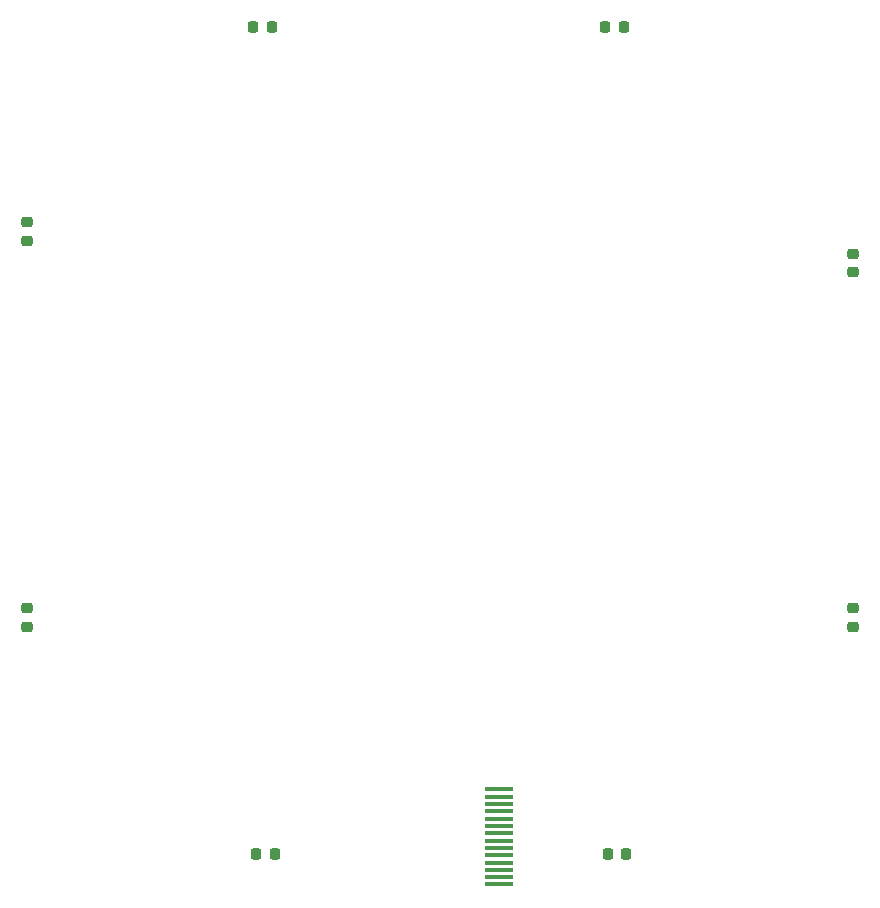
<source format=gbr>
%TF.GenerationSoftware,KiCad,Pcbnew,(6.0.8)*%
%TF.CreationDate,2023-03-24T20:25:01-04:00*%
%TF.ProjectId,lb_mp1,6c625f6d-7031-42e6-9b69-6361645f7063,rev?*%
%TF.SameCoordinates,Original*%
%TF.FileFunction,Paste,Bot*%
%TF.FilePolarity,Positive*%
%FSLAX46Y46*%
G04 Gerber Fmt 4.6, Leading zero omitted, Abs format (unit mm)*
G04 Created by KiCad (PCBNEW (6.0.8)) date 2023-03-24 20:25:01*
%MOMM*%
%LPD*%
G01*
G04 APERTURE LIST*
G04 Aperture macros list*
%AMRoundRect*
0 Rectangle with rounded corners*
0 $1 Rounding radius*
0 $2 $3 $4 $5 $6 $7 $8 $9 X,Y pos of 4 corners*
0 Add a 4 corners polygon primitive as box body*
4,1,4,$2,$3,$4,$5,$6,$7,$8,$9,$2,$3,0*
0 Add four circle primitives for the rounded corners*
1,1,$1+$1,$2,$3*
1,1,$1+$1,$4,$5*
1,1,$1+$1,$6,$7*
1,1,$1+$1,$8,$9*
0 Add four rect primitives between the rounded corners*
20,1,$1+$1,$2,$3,$4,$5,0*
20,1,$1+$1,$4,$5,$6,$7,0*
20,1,$1+$1,$6,$7,$8,$9,0*
20,1,$1+$1,$8,$9,$2,$3,0*%
G04 Aperture macros list end*
%ADD10RoundRect,0.218750X0.256250X-0.218750X0.256250X0.218750X-0.256250X0.218750X-0.256250X-0.218750X0*%
%ADD11RoundRect,0.218750X0.218750X0.256250X-0.218750X0.256250X-0.218750X-0.256250X0.218750X-0.256250X0*%
%ADD12RoundRect,0.218750X-0.218750X-0.256250X0.218750X-0.256250X0.218750X0.256250X-0.218750X0.256250X0*%
%ADD13R,2.400000X0.320000*%
%ADD14RoundRect,0.218750X-0.256250X0.218750X-0.256250X-0.218750X0.256250X-0.218750X0.256250X0.218750X0*%
G04 APERTURE END LIST*
D10*
%TO.C,D27*%
X114440000Y-79787500D03*
X114440000Y-78212500D03*
%TD*%
D11*
%TO.C,D30*%
X165227500Y-131660000D03*
X163652500Y-131660000D03*
%TD*%
D12*
%TO.C,D25*%
X133652500Y-61660000D03*
X135227500Y-61660000D03*
%TD*%
D13*
%TO.C,U14*%
X154422500Y-134275000D03*
X154422500Y-133655000D03*
X154422500Y-133035000D03*
X154422500Y-132415000D03*
X154422500Y-131795000D03*
X154422500Y-131175000D03*
X154422500Y-130555000D03*
X154422500Y-129935000D03*
X154422500Y-129315000D03*
X154422500Y-128695000D03*
X154422500Y-128075000D03*
X154422500Y-127455000D03*
X154422500Y-126835000D03*
X154422500Y-126215000D03*
%TD*%
D12*
%TO.C,D24*%
X163440000Y-61660000D03*
X165015000Y-61660000D03*
%TD*%
D14*
%TO.C,D26*%
X184440000Y-80872500D03*
X184440000Y-82447500D03*
%TD*%
%TO.C,D28*%
X184440000Y-110872500D03*
X184440000Y-112447500D03*
%TD*%
D11*
%TO.C,D31*%
X135440000Y-131660000D03*
X133865000Y-131660000D03*
%TD*%
D10*
%TO.C,D29*%
X114440000Y-112447500D03*
X114440000Y-110872500D03*
%TD*%
M02*

</source>
